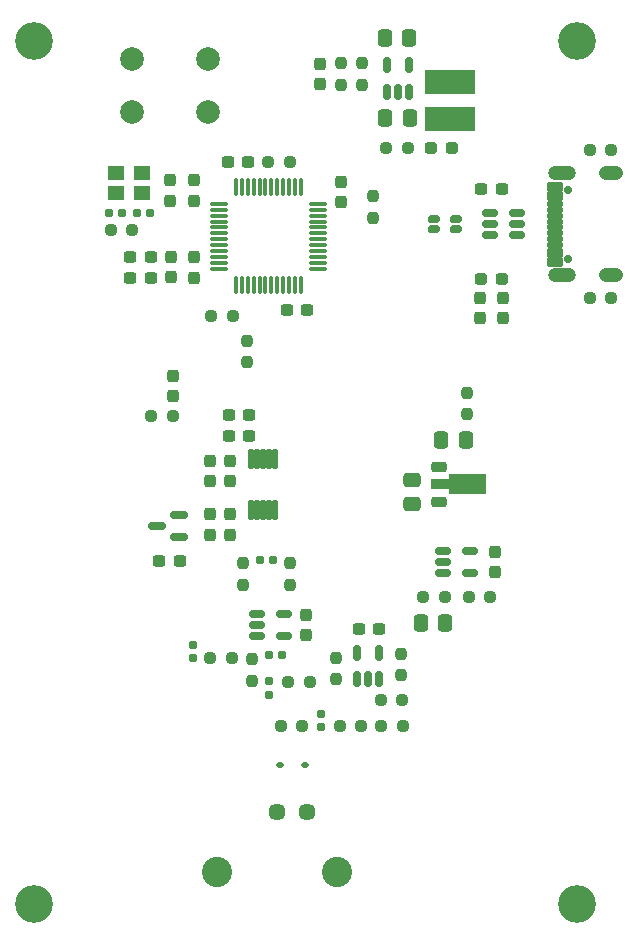
<source format=gbr>
%TF.GenerationSoftware,KiCad,Pcbnew,9.0.0*%
%TF.CreationDate,2025-02-25T08:09:40-06:00*%
%TF.ProjectId,Fatigue Test Board,46617469-6775-4652-9054-65737420426f,-*%
%TF.SameCoordinates,Original*%
%TF.FileFunction,Soldermask,Top*%
%TF.FilePolarity,Negative*%
%FSLAX46Y46*%
G04 Gerber Fmt 4.6, Leading zero omitted, Abs format (unit mm)*
G04 Created by KiCad (PCBNEW 9.0.0) date 2025-02-25 08:09:40*
%MOMM*%
%LPD*%
G01*
G04 APERTURE LIST*
G04 Aperture macros list*
%AMRoundRect*
0 Rectangle with rounded corners*
0 $1 Rounding radius*
0 $2 $3 $4 $5 $6 $7 $8 $9 X,Y pos of 4 corners*
0 Add a 4 corners polygon primitive as box body*
4,1,4,$2,$3,$4,$5,$6,$7,$8,$9,$2,$3,0*
0 Add four circle primitives for the rounded corners*
1,1,$1+$1,$2,$3*
1,1,$1+$1,$4,$5*
1,1,$1+$1,$6,$7*
1,1,$1+$1,$8,$9*
0 Add four rect primitives between the rounded corners*
20,1,$1+$1,$2,$3,$4,$5,0*
20,1,$1+$1,$4,$5,$6,$7,0*
20,1,$1+$1,$6,$7,$8,$9,0*
20,1,$1+$1,$8,$9,$2,$3,0*%
%AMFreePoly0*
4,1,9,3.862500,-0.866500,0.737500,-0.866500,0.737500,-0.450000,-0.737500,-0.450000,-0.737500,0.450000,0.737500,0.450000,0.737500,0.866500,3.862500,0.866500,3.862500,-0.866500,3.862500,-0.866500,$1*%
G04 Aperture macros list end*
%ADD10C,1.447800*%
%ADD11C,2.565400*%
%ADD12RoundRect,0.237500X0.300000X0.237500X-0.300000X0.237500X-0.300000X-0.237500X0.300000X-0.237500X0*%
%ADD13RoundRect,0.237500X-0.237500X0.287500X-0.237500X-0.287500X0.237500X-0.287500X0.237500X0.287500X0*%
%ADD14RoundRect,0.237500X-0.250000X-0.237500X0.250000X-0.237500X0.250000X0.237500X-0.250000X0.237500X0*%
%ADD15RoundRect,0.237500X-0.300000X-0.237500X0.300000X-0.237500X0.300000X0.237500X-0.300000X0.237500X0*%
%ADD16RoundRect,0.237500X-0.237500X0.300000X-0.237500X-0.300000X0.237500X-0.300000X0.237500X0.300000X0*%
%ADD17C,0.700000*%
%ADD18RoundRect,0.102000X0.570000X-0.300000X0.570000X0.300000X-0.570000X0.300000X-0.570000X-0.300000X0*%
%ADD19RoundRect,0.102000X0.570000X-0.150000X0.570000X0.150000X-0.570000X0.150000X-0.570000X-0.150000X0*%
%ADD20O,2.354000X1.254000*%
%ADD21O,2.054000X1.254000*%
%ADD22RoundRect,0.237500X0.237500X-0.300000X0.237500X0.300000X-0.237500X0.300000X-0.237500X-0.300000X0*%
%ADD23RoundRect,0.237500X-0.237500X0.250000X-0.237500X-0.250000X0.237500X-0.250000X0.237500X0.250000X0*%
%ADD24C,3.200000*%
%ADD25RoundRect,0.150000X-0.512500X-0.150000X0.512500X-0.150000X0.512500X0.150000X-0.512500X0.150000X0*%
%ADD26RoundRect,0.150000X0.587500X0.150000X-0.587500X0.150000X-0.587500X-0.150000X0.587500X-0.150000X0*%
%ADD27RoundRect,0.237500X0.250000X0.237500X-0.250000X0.237500X-0.250000X-0.237500X0.250000X-0.237500X0*%
%ADD28RoundRect,0.237500X-0.287500X-0.237500X0.287500X-0.237500X0.287500X0.237500X-0.287500X0.237500X0*%
%ADD29RoundRect,0.102000X0.375000X0.200000X-0.375000X0.200000X-0.375000X-0.200000X0.375000X-0.200000X0*%
%ADD30C,2.000000*%
%ADD31RoundRect,0.155000X-0.212500X-0.155000X0.212500X-0.155000X0.212500X0.155000X-0.212500X0.155000X0*%
%ADD32RoundRect,0.250000X0.337500X0.475000X-0.337500X0.475000X-0.337500X-0.475000X0.337500X-0.475000X0*%
%ADD33R,1.400000X1.200000*%
%ADD34RoundRect,0.075000X-0.662500X-0.075000X0.662500X-0.075000X0.662500X0.075000X-0.662500X0.075000X0*%
%ADD35RoundRect,0.075000X-0.075000X-0.662500X0.075000X-0.662500X0.075000X0.662500X-0.075000X0.662500X0*%
%ADD36RoundRect,0.155000X0.155000X-0.212500X0.155000X0.212500X-0.155000X0.212500X-0.155000X-0.212500X0*%
%ADD37RoundRect,0.237500X0.237500X-0.250000X0.237500X0.250000X-0.237500X0.250000X-0.237500X-0.250000X0*%
%ADD38RoundRect,0.150000X0.150000X-0.512500X0.150000X0.512500X-0.150000X0.512500X-0.150000X-0.512500X0*%
%ADD39RoundRect,0.237500X0.287500X0.237500X-0.287500X0.237500X-0.287500X-0.237500X0.287500X-0.237500X0*%
%ADD40RoundRect,0.060500X0.181500X-0.776500X0.181500X0.776500X-0.181500X0.776500X-0.181500X-0.776500X0*%
%ADD41RoundRect,0.155000X-0.155000X0.212500X-0.155000X-0.212500X0.155000X-0.212500X0.155000X0.212500X0*%
%ADD42RoundRect,0.250000X0.475000X-0.337500X0.475000X0.337500X-0.475000X0.337500X-0.475000X-0.337500X0*%
%ADD43RoundRect,0.112500X-0.187500X-0.112500X0.187500X-0.112500X0.187500X0.112500X-0.187500X0.112500X0*%
%ADD44RoundRect,0.155000X0.212500X0.155000X-0.212500X0.155000X-0.212500X-0.155000X0.212500X-0.155000X0*%
%ADD45RoundRect,0.225000X-0.425000X-0.225000X0.425000X-0.225000X0.425000X0.225000X-0.425000X0.225000X0*%
%ADD46FreePoly0,0.000000*%
%ADD47RoundRect,0.102000X-2.000000X0.950000X-2.000000X-0.950000X2.000000X-0.950000X2.000000X0.950000X0*%
G04 APERTURE END LIST*
D10*
%TO.C,J300*%
X140507400Y-127210903D03*
X143047400Y-127210903D03*
D11*
X135427400Y-132290903D03*
X145587400Y-132290903D03*
%TD*%
D12*
%TO.C,C207*%
X128102500Y-81932500D03*
X129827500Y-81932500D03*
%TD*%
%TO.C,C206*%
X128102500Y-80182500D03*
X129827500Y-80182500D03*
%TD*%
D13*
%TO.C,L200*%
X131557500Y-81910000D03*
X131557500Y-80160000D03*
%TD*%
D14*
%TO.C,R300*%
X140827500Y-119932500D03*
X142652500Y-119932500D03*
%TD*%
D15*
%TO.C,C201*%
X136352500Y-72182500D03*
X138077500Y-72182500D03*
%TD*%
D16*
%TO.C,C307*%
X136577500Y-97470000D03*
X136577500Y-99195000D03*
%TD*%
D17*
%TO.C,J200*%
X165177500Y-80322500D03*
X165177500Y-74542500D03*
D18*
X164107500Y-80632500D03*
X164107500Y-79832500D03*
D19*
X164107500Y-78682500D03*
X164107500Y-77682500D03*
X164107500Y-77182500D03*
X164107500Y-76182500D03*
D18*
X164107500Y-74232500D03*
X164107500Y-75032500D03*
D19*
X164107500Y-75682500D03*
X164107500Y-76682500D03*
X164107500Y-78182500D03*
X164107500Y-79182500D03*
D20*
X164677500Y-81752500D03*
X164677500Y-73112500D03*
D21*
X168827500Y-81752500D03*
X168827500Y-73112500D03*
%TD*%
D22*
%TO.C,C310*%
X131690000Y-91982500D03*
X131690000Y-90257500D03*
%TD*%
D16*
%TO.C,C306*%
X134827500Y-97470000D03*
X134827500Y-99195000D03*
%TD*%
D23*
%TO.C,R306*%
X137627500Y-106127500D03*
X137627500Y-107952500D03*
%TD*%
D24*
%TO.C,H3*%
X119965000Y-61932500D03*
%TD*%
D16*
%TO.C,C312*%
X134827500Y-101970000D03*
X134827500Y-103695000D03*
%TD*%
D23*
%TO.C,R304*%
X138385000Y-114252500D03*
X138385000Y-116077500D03*
%TD*%
D12*
%TO.C,C203*%
X143077500Y-84682500D03*
X141352500Y-84682500D03*
%TD*%
D25*
%TO.C,U301*%
X138860000Y-110415000D03*
X138860000Y-111365000D03*
X138860000Y-112315000D03*
X141135000Y-112315000D03*
X141135000Y-110415000D03*
%TD*%
D12*
%TO.C,C309*%
X138190000Y-93582500D03*
X136465000Y-93582500D03*
%TD*%
D16*
%TO.C,C205*%
X133465000Y-80207500D03*
X133465000Y-81932500D03*
%TD*%
D26*
%TO.C,U303*%
X132225000Y-103895000D03*
X132225000Y-101995000D03*
X130350000Y-102945000D03*
%TD*%
D16*
%TO.C,C313*%
X136577500Y-101970000D03*
X136577500Y-103695000D03*
%TD*%
D14*
%TO.C,R200*%
X167015000Y-83652500D03*
X168840000Y-83652500D03*
%TD*%
D16*
%TO.C,C102*%
X157677500Y-83652500D03*
X157677500Y-85377500D03*
%TD*%
D12*
%TO.C,C311*%
X132302500Y-105945000D03*
X130577500Y-105945000D03*
%TD*%
D27*
%TO.C,R203*%
X136790000Y-85182500D03*
X134965000Y-85182500D03*
%TD*%
D28*
%TO.C,D100*%
X153577500Y-70932500D03*
X155327500Y-70932500D03*
%TD*%
D29*
%TO.C,FL200*%
X155677500Y-77802500D03*
X155677500Y-77002500D03*
X153827500Y-77002500D03*
X153827500Y-77802500D03*
%TD*%
D25*
%TO.C,U201*%
X158540000Y-76452500D03*
X158540000Y-77402500D03*
X158540000Y-78352500D03*
X160815000Y-78352500D03*
X160815000Y-77402500D03*
X160815000Y-76452500D03*
%TD*%
D16*
%TO.C,C300*%
X142965000Y-110502500D03*
X142965000Y-112227500D03*
%TD*%
D30*
%TO.C,SW200*%
X128215000Y-63432500D03*
X134715000Y-63432500D03*
X128215000Y-67932500D03*
X134715000Y-67932500D03*
%TD*%
D31*
%TO.C,C301*%
X139817500Y-113915000D03*
X140952500Y-113915000D03*
%TD*%
D14*
%TO.C,R303*%
X141472500Y-116165000D03*
X143297500Y-116165000D03*
%TD*%
D32*
%TO.C,C106*%
X151740000Y-61682500D03*
X149665000Y-61682500D03*
%TD*%
D33*
%TO.C,Y200*%
X129065000Y-73082500D03*
X126865000Y-73082500D03*
X126865000Y-74782500D03*
X129065000Y-74782500D03*
%TD*%
D34*
%TO.C,U200*%
X135640000Y-75682500D03*
X135640000Y-76182500D03*
X135640000Y-76682500D03*
X135640000Y-77182500D03*
X135640000Y-77682500D03*
X135640000Y-78182500D03*
X135640000Y-78682500D03*
X135640000Y-79182500D03*
X135640000Y-79682500D03*
X135640000Y-80182500D03*
X135640000Y-80682500D03*
X135640000Y-81182500D03*
D35*
X137052500Y-82595000D03*
X137552500Y-82595000D03*
X138052500Y-82595000D03*
X138552500Y-82595000D03*
X139052500Y-82595000D03*
X139552500Y-82595000D03*
X140052500Y-82595000D03*
X140552500Y-82595000D03*
X141052500Y-82595000D03*
X141552500Y-82595000D03*
X142052500Y-82595000D03*
X142552500Y-82595000D03*
D34*
X143965000Y-81182500D03*
X143965000Y-80682500D03*
X143965000Y-80182500D03*
X143965000Y-79682500D03*
X143965000Y-79182500D03*
X143965000Y-78682500D03*
X143965000Y-78182500D03*
X143965000Y-77682500D03*
X143965000Y-77182500D03*
X143965000Y-76682500D03*
X143965000Y-76182500D03*
X143965000Y-75682500D03*
D35*
X142552500Y-74270000D03*
X142052500Y-74270000D03*
X141552500Y-74270000D03*
X141052500Y-74270000D03*
X140552500Y-74270000D03*
X140052500Y-74270000D03*
X139552500Y-74270000D03*
X139052500Y-74270000D03*
X138552500Y-74270000D03*
X138052500Y-74270000D03*
X137552500Y-74270000D03*
X137052500Y-74270000D03*
%TD*%
D36*
%TO.C,C302*%
X144240000Y-120000000D03*
X144240000Y-118865000D03*
%TD*%
D14*
%TO.C,R301*%
X145827500Y-119932500D03*
X147652500Y-119932500D03*
%TD*%
D23*
%TO.C,R310*%
X141627500Y-106127500D03*
X141627500Y-107952500D03*
%TD*%
D37*
%TO.C,R309*%
X145490000Y-115932500D03*
X145490000Y-114107500D03*
%TD*%
D14*
%TO.C,R307*%
X149340000Y-119932500D03*
X151165000Y-119932500D03*
%TD*%
%TO.C,R102*%
X152927500Y-108932500D03*
X154752500Y-108932500D03*
%TD*%
D38*
%TO.C,U102*%
X149802500Y-66207500D03*
X150752500Y-66207500D03*
X151702500Y-66207500D03*
X151702500Y-63932500D03*
X149802500Y-63932500D03*
%TD*%
D39*
%TO.C,L100*%
X159552500Y-82015000D03*
X157802500Y-82015000D03*
%TD*%
D27*
%TO.C,R311*%
X131690000Y-93620000D03*
X129865000Y-93620000D03*
%TD*%
D40*
%TO.C,U302*%
X138327500Y-101582500D03*
X138827500Y-101582500D03*
X139327500Y-101582500D03*
X139827500Y-101582500D03*
X140327500Y-101582500D03*
X140327500Y-97282500D03*
X139827500Y-97282500D03*
X139327500Y-97282500D03*
X138827500Y-97282500D03*
X138327500Y-97282500D03*
%TD*%
D12*
%TO.C,C210*%
X159540000Y-74402500D03*
X157815000Y-74402500D03*
%TD*%
D25*
%TO.C,U101*%
X154615000Y-105070000D03*
X154615000Y-106020000D03*
X154615000Y-106970000D03*
X156890000Y-106970000D03*
X156890000Y-105070000D03*
%TD*%
D41*
%TO.C,C303*%
X139885000Y-116097500D03*
X139885000Y-117232500D03*
%TD*%
D32*
%TO.C,C107*%
X151790000Y-68432500D03*
X149715000Y-68432500D03*
%TD*%
D31*
%TO.C,C305*%
X139060000Y-105877500D03*
X140195000Y-105877500D03*
%TD*%
D24*
%TO.C,H4*%
X119965000Y-134932500D03*
%TD*%
D32*
%TO.C,C103*%
X156490000Y-95682500D03*
X154415000Y-95682500D03*
%TD*%
D22*
%TO.C,C204*%
X133465000Y-75407500D03*
X133465000Y-73682500D03*
%TD*%
D27*
%TO.C,R202*%
X141627500Y-72182500D03*
X139802500Y-72182500D03*
%TD*%
D24*
%TO.C,H1*%
X165965000Y-134932500D03*
%TD*%
D15*
%TO.C,C314*%
X147465000Y-111682500D03*
X149190000Y-111682500D03*
%TD*%
D37*
%TO.C,R105*%
X147702500Y-65595000D03*
X147702500Y-63770000D03*
%TD*%
D27*
%TO.C,R204*%
X128290000Y-77932500D03*
X126465000Y-77932500D03*
%TD*%
D16*
%TO.C,C100*%
X159002500Y-105157500D03*
X159002500Y-106882500D03*
%TD*%
D23*
%TO.C,R100*%
X156590000Y-91682500D03*
X156590000Y-93507500D03*
%TD*%
D22*
%TO.C,C200*%
X131465000Y-75432500D03*
X131465000Y-73707500D03*
%TD*%
%TO.C,C108*%
X144202500Y-65545000D03*
X144202500Y-63820000D03*
%TD*%
D16*
%TO.C,C101*%
X159677500Y-83652500D03*
X159677500Y-85377500D03*
%TD*%
D23*
%TO.C,R103*%
X145952500Y-63770000D03*
X145952500Y-65595000D03*
%TD*%
D42*
%TO.C,C104*%
X151952500Y-101125000D03*
X151952500Y-99050000D03*
%TD*%
D31*
%TO.C,C209*%
X126310000Y-76432500D03*
X127445000Y-76432500D03*
%TD*%
D43*
%TO.C,D300*%
X140802500Y-123182500D03*
X142902500Y-123182500D03*
%TD*%
D32*
%TO.C,C105*%
X154790000Y-111182500D03*
X152715000Y-111182500D03*
%TD*%
D44*
%TO.C,C208*%
X129782500Y-76432500D03*
X128647500Y-76432500D03*
%TD*%
D24*
%TO.C,H2*%
X165965000Y-61932500D03*
%TD*%
D38*
%TO.C,U300*%
X147290000Y-115957500D03*
X148240000Y-115957500D03*
X149190000Y-115957500D03*
X149190000Y-113682500D03*
X147290000Y-113682500D03*
%TD*%
D14*
%TO.C,R305*%
X134885000Y-114165000D03*
X136710000Y-114165000D03*
%TD*%
D45*
%TO.C,U100*%
X154252500Y-97932500D03*
D46*
X154340000Y-99432500D03*
D45*
X154252500Y-100932500D03*
%TD*%
D47*
%TO.C,L101*%
X155202500Y-65382500D03*
X155202500Y-68482500D03*
%TD*%
D14*
%TO.C,R201*%
X167015000Y-71152500D03*
X168840000Y-71152500D03*
%TD*%
D22*
%TO.C,C202*%
X145965000Y-75545000D03*
X145965000Y-73820000D03*
%TD*%
D23*
%TO.C,R312*%
X137965000Y-87270000D03*
X137965000Y-89095000D03*
%TD*%
D27*
%TO.C,R302*%
X151152500Y-117682500D03*
X149327500Y-117682500D03*
%TD*%
D23*
%TO.C,R205*%
X148665000Y-75020000D03*
X148665000Y-76845000D03*
%TD*%
D36*
%TO.C,C304*%
X133385000Y-114165000D03*
X133385000Y-113030000D03*
%TD*%
D23*
%TO.C,R308*%
X150990000Y-113770000D03*
X150990000Y-115595000D03*
%TD*%
D14*
%TO.C,R104*%
X149790000Y-70932500D03*
X151615000Y-70932500D03*
%TD*%
%TO.C,R101*%
X156765000Y-108932500D03*
X158590000Y-108932500D03*
%TD*%
D12*
%TO.C,C308*%
X138190000Y-95332500D03*
X136465000Y-95332500D03*
%TD*%
M02*

</source>
